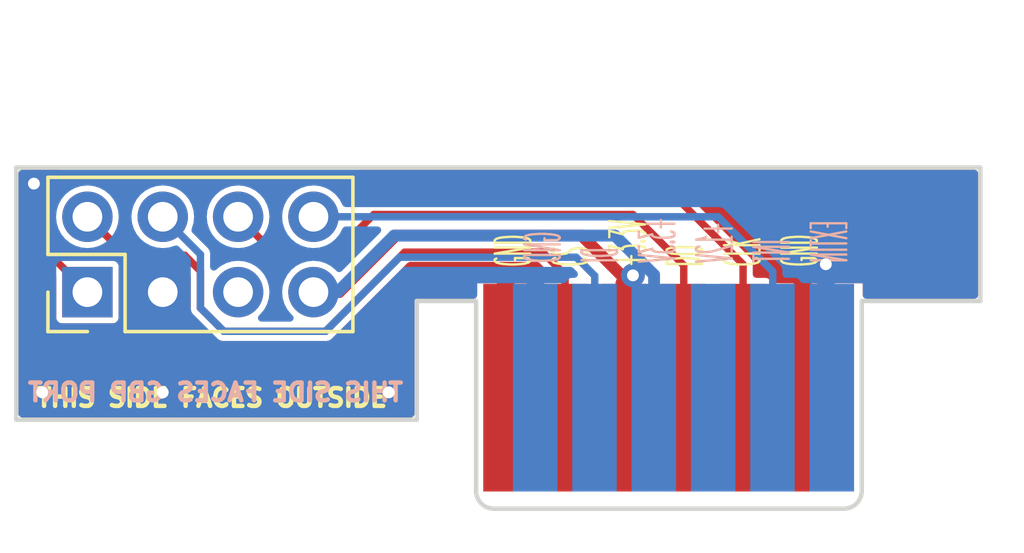
<source format=kicad_pcb>
(kicad_pcb (version 20221018) (generator pcbnew)
  (layers (0 "F.Cu" signal) (31 "B.Cu" signal) (34 "B.Paste" user) (35 "F.Paste" user) (36 "B.SilkS" user "B.Silkscreen") (37 "F.SilkS" user "F.Silkscreen") (38 "B.Mask" user) (39 "F.Mask" user) (44 "Edge.Cuts" user))
  (net 0 "")
  (net 1 "/INT")
  (net 2 "/DI")
  (net 3 "/CLK")
  (net 4 "/DO")
  (net 5 "/CS")
  (net 7 "GND")
  (net 8 "/12V")
  (net 9 "+3V3")
  (footprint "Connector_PinHeader_2.54mm:PinHeader_2x04_P2.54mm_Vertical" (layer "F.Cu") (at 76.962 112.7 90)
    (fp_text reference "J2" hide)
    (fp_text value "Conn_02x04_Odd_Even")
    (fp_line (start -1.33 -1.33) (end 0 -1.33) (stroke (width 0.12)) (layer "F.SilkS"))
    (fp_line (start -1.33 0) (end -1.33 -1.33) (stroke (width 0.12)) (layer "F.SilkS"))
    (fp_line (start -1.33 1.27) (end -1.33 8.95) (stroke (width 0.12)) (layer "F.SilkS"))
    (fp_line (start -1.33 1.27) (end 1.27 1.27) (stroke (width 0.12)) (layer "F.SilkS"))
    (fp_line (start -1.33 8.95) (end 3.87 8.95) (stroke (width 0.12)) (layer "F.SilkS"))
    (fp_line (start 1.27 -1.33) (end 3.87 -1.33) (stroke (width 0.12)) (layer "F.SilkS"))
    (fp_line (start 1.27 1.27) (end 1.27 -1.33) (stroke (width 0.12)) (layer "F.SilkS"))
    (fp_line (start 3.87 -1.33) (end 3.87 8.95) (stroke (width 0.12)) (layer "F.SilkS"))
    (pad "1" thru_hole rect (at 0 0 90) (size 1.7 1.7) (drill 1) (layers "*.Cu" "*.Mask") (net 3 "/CLK"))
    (pad "2" thru_hole oval (at 2.54 0 90) (size 1.7 1.7) (drill 1) (layers "*.Cu" "*.Mask") (net 5 "/CS"))
    (pad "3" thru_hole oval (at 0 2.54 90) (size 1.7 1.7) (drill 1) (layers "*.Cu" "*.Mask") (net 7 "GND"))
    (pad "4" thru_hole oval (at 2.54 2.54 90) (size 1.7 1.7) (drill 1) (layers "*.Cu" "*.Mask") (net 2 "/DI"))
    (pad "5" thru_hole oval (at 0 5.08 90) (size 1.7 1.7) (drill 1) (layers "*.Cu" "*.Mask"))
    (pad "6" thru_hole oval (at 2.54 5.08 90) (size 1.7 1.7) (drill 1) (layers "*.Cu" "*.Mask") (net 4 "/DO"))
    (pad "7" thru_hole oval (at 0 7.62 90) (size 1.7 1.7) (drill 1) (layers "*.Cu" "*.Mask") (net 9 "+3V3"))
    (pad "8" thru_hole oval (at 2.54 7.62 90) (size 1.7 1.7) (drill 1) (layers "*.Cu" "*.Mask") (net 1 "/INT"))
  )
  (footprint "GC_SP1Library:SP1_FootPrint" (layer "B.Cu") (at 102.055532 115.921028 180)
    (fp_text reference "J1" hide)
    (fp_text value "Serial Port 1")
    (pad "1" smd rect (at 0 0 180) (size 1.5 7) (layers "B.Cu" "B.Mask") (net 7 "GND"))
    (pad "2" smd rect (at 1 0 180) (size 1.5 7) (layers "F.Cu" "F.Mask") (net 7 "GND"))
    (pad "3" smd rect (at 2 0 180) (size 1.5 7) (layers "B.Cu" "B.Mask") (net 1 "/INT"))
    (pad "4" smd rect (at 3 0 180) (size 1.5 7) (layers "F.Cu" "F.Mask") (net 3 "/CLK"))
    (pad "5" smd rect (at 4 0 180) (size 1.5 7) (layers "B.Cu" "B.Mask") (net 8 "/12V"))
    (pad "6" smd rect (at 5 0 180) (size 1.5 7) (layers "F.Cu" "F.Mask") (net 4 "/DO"))
    (pad "7" smd rect (at 6 0 180) (size 1.5 7) (layers "B.Cu" "B.Mask") (net 9 "+3V3"))
    (pad "8" smd rect (at 7 0 180) (size 1.5 7) (layers "F.Cu" "F.Mask") (net 9 "+3V3"))
    (pad "9" smd rect (at 8 0 180) (size 1.5 7) (layers "B.Cu" "B.Mask") (net 2 "/DI"))
    (pad "10" smd rect (at 9 0 180) (size 1.5 7) (layers "F.Cu" "F.Mask") (net 5 "/CS"))
    (pad "11" smd rect (at 10 0 180) (size 1.5 7) (layers "B.Cu" "B.Mask") (net 7 "GND"))
    (pad "12" smd rect (at 11 0 180) (size 1.5 7) (layers "F.Cu" "F.Mask") (net 7 "GND"))
  )
  (gr_arc (start 103.064286 119.4) (mid 102.888549 119.824259) (end 102.464286 120) (stroke (width 0.15)) (layer "Edge.Cuts"))
  (gr_line (start 88.064286 117) (end 74.564286 117) (stroke (width 0.15)) (layer "Edge.Cuts"))
  (gr_line (start 90.664286 120) (end 102.464286 120) (stroke (width 0.15)) (layer "Edge.Cuts"))
  (gr_arc (start 90.664286 120) (mid 90.240022 119.824264) (end 90.064286 119.4) (stroke (width 0.15)) (layer "Edge.Cuts"))
  (gr_line (start 107.064286 108.5) (end 107.064286 113) (stroke (width 0.15)) (layer "Edge.Cuts"))
  (gr_line (start 90.064286 119.4) (end 90.064286 113) (stroke (width 0.15)) (layer "Edge.Cuts"))
  (gr_line (start 103.064286 113) (end 107.064286 113) (stroke (width 0.15)) (layer "Edge.Cuts"))
  (gr_line (start 74.564286 117) (end 74.564286 108.5) (stroke (width 0.15)) (layer "Edge.Cuts"))
  (gr_line (start 74.564286 108.5) (end 107.064286 108.5) (stroke (width 0.15)) (layer "Edge.Cuts"))
  (gr_line (start 103.064286 119.4) (end 103.064286 113) (stroke (width 0.15)) (layer "Edge.Cuts"))
  (gr_line (start 88.064286 113) (end 90.064286 113) (stroke (width 0.15)) (layer "Edge.Cuts"))
  (gr_line (start 88.064286 113) (end 88.064286 117) (stroke (width 0.15)) (layer "Edge.Cuts"))
  (gr_text "THIS SIDE FACES GBP PORT" (at 81.28 116.078) (layer "B.SilkS") (effects (font (size 0.6 0.6) (thickness 0.15) bold) (justify mirror)))
  (gr_text "GND\nDI\n+3.3V\n+12V\nINT\nEXTIN" (at 102.69477 111.76 90) (layer "B.SilkS") (effects (font (size 1.2 0.34) (thickness 0.08) bold) (justify right bottom mirror)))
  (gr_text "THIS SIDE FACES OUTSIDE" (at 81.159231 116.264796) (layer "F.SilkS") (effects (font (size 0.6 0.6) (thickness 0.15) bold)))
  (gr_text "GND\nCS\n+3.3V\nDO\nCLK\nGND" (at 101.7016 111.887 90) (layer "F.SilkS") (effects (font (size 1.2 0.35) (thickness 0.08) bold) (justify left bottom)))
  (segment (start 100.064286 115.9) (end 100.064286 112.002286) (width 0.25) (layer "B.Cu") (net 1))
  (segment (start 100.064286 112.002286) (end 98.222 110.16) (width 0.25) (layer "B.Cu") (net 1))
  (segment (start 98.222 110.16) (end 84.582 110.16) (width 0.25) (layer "B.Cu") (net 1))
  (segment (start 93.437286 111.523) (end 87.486 111.523) (width 0.25) (layer "B.Cu") (net 2))
  (segment (start 84.9884 114.0206) (end 81.5594 114.0206) (width 0.25) (layer "B.Cu") (net 2))
  (segment (start 80.772 113.2332) (end 80.772 111.43) (width 0.25) (layer "B.Cu") (net 2))
  (segment (start 94.064286 112.15) (end 93.437286 111.523) (width 0.25) (layer "B.Cu") (net 2))
  (segment (start 81.5594 114.0206) (end 80.772 113.2332) (width 0.25) (layer "B.Cu") (net 2))
  (segment (start 94.064286 115.9) (end 94.064286 112.15) (width 0.25) (layer "B.Cu") (net 2))
  (segment (start 87.486 111.523) (end 84.9884 114.0206) (width 0.25) (layer "B.Cu") (net 2))
  (segment (start 80.772 111.43) (end 79.502 110.16) (width 0.25) (layer "B.Cu") (net 2))
  (segment (start 99.064286 115.9) (end 99.064286 111.764286) (width 0.25) (layer "F.Cu") (net 3))
  (segment (start 99.064286 111.764286) (end 96.9336 109.6336) (width 0.25) (layer "F.Cu") (net 3))
  (segment (start 96.9336 109.6336) (end 86.427604 109.6336) (width 0.25) (layer "F.Cu") (net 3))
  (segment (start 76.4794 108.8898) (end 75.7174 109.6518) (width 0.25) (layer "F.Cu") (net 3))
  (segment (start 75.7174 111.4554) (end 76.962 112.7) (width 0.25) (layer "F.Cu") (net 3))
  (segment (start 75.7174 109.6518) (end 75.7174 111.4554) (width 0.25) (layer "F.Cu") (net 3))
  (segment (start 86.427604 109.6336) (end 85.683804 108.8898) (width 0.25) (layer "F.Cu") (net 3))
  (segment (start 85.683804 108.8898) (end 76.4794 108.8898) (width 0.25) (layer "F.Cu") (net 3))
  (segment (start 85.2932 111.4044) (end 83.2864 111.4044) (width 0.25) (layer "F.Cu") (net 4))
  (segment (start 97.064286 111.796286) (end 95.3516 110.0836) (width 0.25) (layer "F.Cu") (net 4))
  (segment (start 86.614 110.0836) (end 85.2932 111.4044) (width 0.25) (layer "F.Cu") (net 4))
  (segment (start 97.064286 115.9) (end 97.064286 111.796286) (width 0.25) (layer "F.Cu") (net 4))
  (segment (start 95.3516 110.0836) (end 86.614 110.0836) (width 0.25) (layer "F.Cu") (net 4))
  (segment (start 83.2864 111.4044) (end 82.042 110.16) (width 0.25) (layer "F.Cu") (net 4))
  (segment (start 84.9884 114.0206) (end 81.5594 114.0206) (width 0.25) (layer "F.Cu") (net 5))
  (segment (start 92.3036 111.3536) (end 87.6554 111.3536) (width 0.25) (layer "F.Cu") (net 5))
  (segment (start 78.2572 111.4552) (end 76.962 110.16) (width 0.25) (layer "F.Cu") (net 5))
  (segment (start 93.064286 112.114286) (end 92.3036 111.3536) (width 0.25) (layer "F.Cu") (net 5))
  (segment (start 80.772 113.2332) (end 80.772 111.9886) (width 0.25) (layer "F.Cu") (net 5))
  (segment (start 80.772 111.9886) (end 80.2386 111.4552) (width 0.25) (layer "F.Cu") (net 5))
  (segment (start 81.5594 114.0206) (end 80.772 113.2332) (width 0.25) (layer "F.Cu") (net 5))
  (segment (start 80.2386 111.4552) (end 78.2572 111.4552) (width 0.25) (layer "F.Cu") (net 5))
  (segment (start 93.064286 115.9) (end 93.064286 112.114286) (width 0.25) (layer "F.Cu") (net 5))
  (segment (start 87.6554 111.3536) (end 84.9884 114.0206) (width 0.25) (layer "F.Cu") (net 5))
  (segment (start 101.064286 115.9) (end 101.064286 112.014) (width 0.6) (layer "F.Cu") (net 7))
  (segment (start 102.108 111.76) (end 102.108 111.76) (width 0.25) (layer "F.Cu") (net 7))
  (segment (start 101.318286 111.76) (end 101.854 111.76) (width 0.6) (layer "F.Cu") (net 7))
  (segment (start 101.854 111.76) (end 102.108 111.76) (width 0.25) (layer "F.Cu") (net 7))
  (segment (start 101.064286 112.014) (end 101.318286 111.76) (width 0.6) (layer "F.Cu") (net 7))
  (segment (start 91.064286 112.210716) (end 91.064286 115.9) (width 0.6) (layer "F.Cu") (net 7))
  (via (at 75.438 116.078) (size 0.8) (drill 0.4) (layers "F.Cu" "B.Cu") (net 7))
  (via (at 87.122 116.078) (size 0.8) (drill 0.4) (layers "F.Cu" "B.Cu") (net 7))
  (via (at 79.502 116.078) (size 0.8) (drill 0.4) (layers "F.Cu" "B.Cu") (net 7))
  (via (at 101.854 111.76) (size 0.8) (drill 0.4) (layers "F.Cu" "B.Cu") (net 7))
  (via (at 75.1586 109.0422) (size 0.8) (drill 0.4) (layers "F.Cu" "B.Cu") (net 7))
  (segment (start 102.108 111.76) (end 101.854 112.014) (width 0.25) (layer "B.Cu") (net 7))
  (segment (start 92.064286 115.9) (end 92.064286 112.223134) (width 0.6) (layer "B.Cu") (net 7))
  (segment (start 101.854 115.689714) (end 102.064286 115.9) (width 0.25) (layer "B.Cu") (net 7))
  (segment (start 101.854 112.014) (end 101.854 115.689714) (width 0.6) (layer "B.Cu") (net 7))
  (segment (start 95.352036 112.134997) (end 94.964597 112.134997) (width 0.4) (layer "F.Cu") (net 9))
  (segment (start 95.064286 112.422747) (end 95.064286 115.9) (width 0.6) (layer "F.Cu") (net 9))
  (segment (start 95.50223 115.462056) (end 95.064286 115.9) (width 0.6) (layer "F.Cu") (net 9))
  (segment (start 87.3506 110.7948) (end 85.4454 112.7) (width 0.4) (layer "F.Cu") (net 9))
  (segment (start 93.6244 110.7948) (end 87.3506 110.7948) (width 0.4) (layer "F.Cu") (net 9))
  (segment (start 95.352036 112.134997) (end 95.064286 112.422747) (width 0.6) (layer "F.Cu") (net 9))
  (segment (start 85.4454 112.7) (end 84.582 112.7) (width 0.4) (layer "F.Cu") (net 9))
  (segment (start 94.964597 112.134997) (end 93.6244 110.7948) (width 0.4) (layer "F.Cu") (net 9))
  (via (at 95.352036 112.134997) (size 0.8) (drill 0.4) (layers "F.Cu" "B.Cu") (net 9))
  (segment (start 85.3946 112.7) (end 84.582 112.7) (width 0.4) (layer "B.Cu") (net 9))
  (segment (start 95.6056 111.6584) (end 94.742 110.7948) (width 0.4) (layer "B.Cu") (net 9))
  (segment (start 95.352036 111.911964) (end 95.6056 111.6584) (width 0.4) (layer "B.Cu") (net 9))
  (segment (start 87.2998 110.7948) (end 85.3946 112.7) (width 0.4) (layer "B.Cu") (net 9))
  (segment (start 96.064286 112.392286) (end 96.064286 112.117086) (width 0.4) (layer "B.Cu") (net 9))
  (segment (start 96.064286 112.117086) (end 95.6056 111.6584) (width 0.4) (layer "B.Cu") (net 9))
  (segment (start 96.064286 115.9) (end 96.064286 112.392286) (width 0.25) (layer "B.Cu") (net 9))
  (segment (start 94.742 110.7948) (end 87.2998 110.7948) (width 0.4) (layer "B.Cu") (net 9))
  (segment (start 95.352036 112.134997) (end 95.352036 111.911964) (width 0.4) (layer "B.Cu") (net 9))
  (zone (net 7) (net_name "GND") (layers "F&B.Cu") (connect_pads yes (clearance 0)) (min_thickness 0.25) (fill yes (thermal_gap 0.5) (thermal_bridge_width 0.5))
    (polygon (pts (xy 74.0156 107.8738) (xy 108.3818 107.569) (xy 108.5342 120.3452) (xy 74.168 120.65)))
  )
  (zone (net 0) (net_name "") (layers "F&B.Cu") (connect_pads (clearance 0)) (min_thickness 0.25)
    (keepout (tracks allowed) (vias allowed) (pads allowed) (copperpour not_allowed) (footprints allowed))
    (fill (thermal_gap 0.5) (thermal_bridge_width 0.5))
    (polygon (pts (xy 90.1 112.4) (xy 90.1 119.7) (xy 90.4 120) (xy 102.7 120) (xy 103.1 119.6) (xy 103.1 112.4)))
  )
)
</source>
